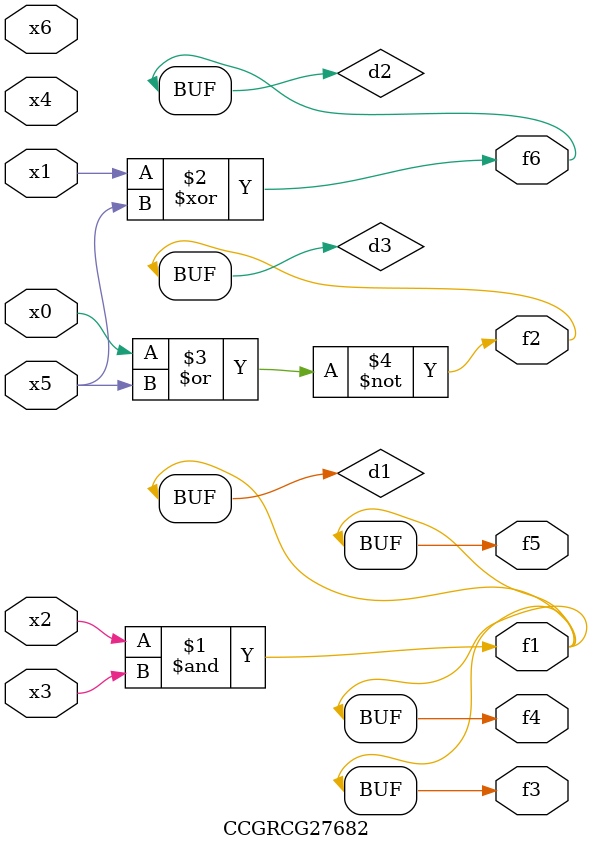
<source format=v>
module CCGRCG27682(
	input x0, x1, x2, x3, x4, x5, x6,
	output f1, f2, f3, f4, f5, f6
);

	wire d1, d2, d3;

	and (d1, x2, x3);
	xor (d2, x1, x5);
	nor (d3, x0, x5);
	assign f1 = d1;
	assign f2 = d3;
	assign f3 = d1;
	assign f4 = d1;
	assign f5 = d1;
	assign f6 = d2;
endmodule

</source>
